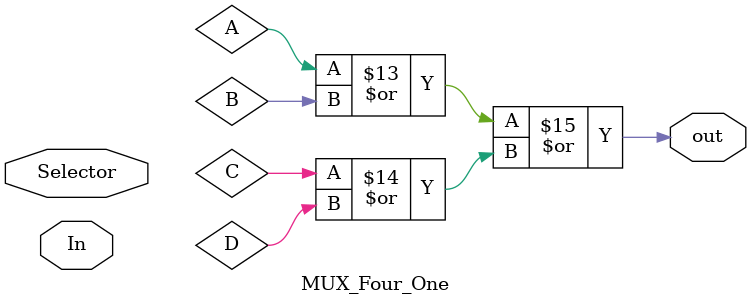
<source format=v>
`timescale 1ns / 1ps
module MUX_Four_One(out, In, Selector);
//defining size of inputs and outputs
input [3:0] In;
input [1:0] Selector;
output out;

//wires
wire a,b,c,d;

//expression in dataflow
assign a = ((In[0] & (~Selector[0]) & (~Selector[1])));
assign b = ((In[1] & (Selector[0]) & (~Selector[1])));
assign c = ((In[2] & (~Selector[0]) & (Selector[1])));
assign d = ((In[3] & (Selector[0]) & (Selector[1])));

assign out = ((A | B) | (C | D));

endmodule
</source>
